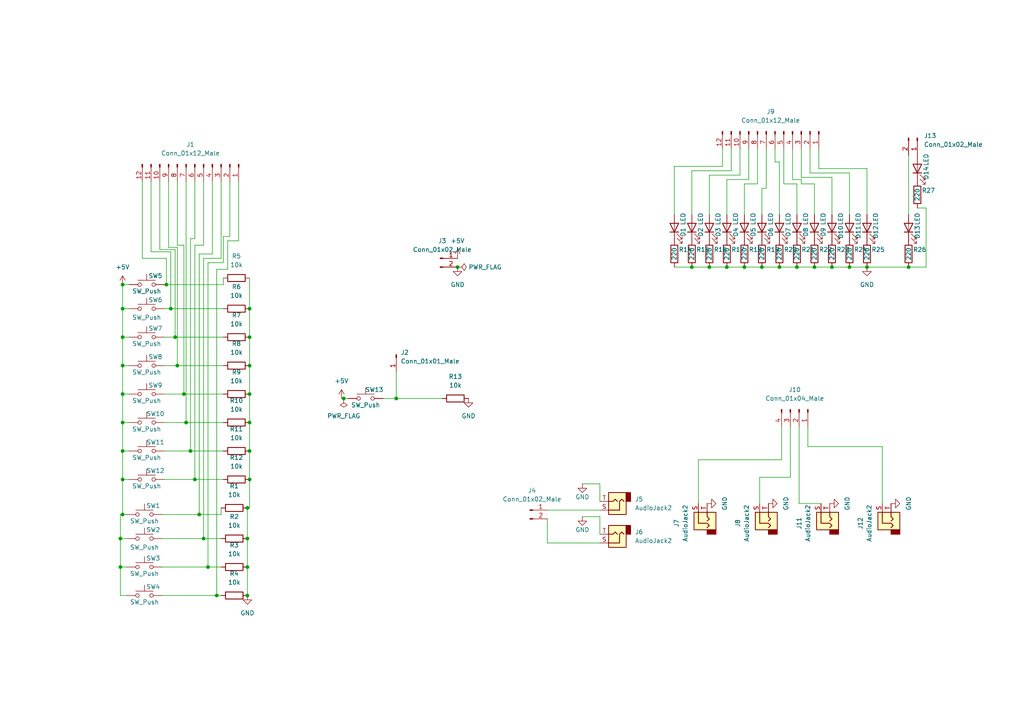
<source format=kicad_sch>
(kicad_sch (version 20211123) (generator eeschema)
  (paper "A4")
  (lib_symbols
    (symbol "Connector:AudioJack2"
      (property "Reference" "J" (at 0 8.89 0))
      (property "Value" "AudioJack2" (at 0 6.35 0))
      (symbol "AudioJack2_0_1"
        (rectangle (start -3.81 0) (end -2.54 -2.54) (stroke (width 0.254)) (fill (type outline)))
        (rectangle (start -2.54 3.81) (end 2.54 -2.54) (stroke (width 0.254)) (fill (type background)))
        (polyline (pts (xy 0 0) (xy 0.635 -0.635) (xy 1.27 0) (xy 2.54 0)) (stroke (width 0.254)))
        (polyline (pts (xy 2.54 2.54) (xy -0.635 2.54) (xy -0.635 0) (xy -1.27 -0.635) (xy -1.905 0)) (stroke (width 0.254)))
      )
      (symbol "AudioJack2_1_1"
        (pin passive line (at 5.08 2.54 180) (length 2.54) (name "~") (number "S"))
        (pin passive line (at 5.08 0 180) (length 2.54) (name "~") (number "T"))
      )
    )
    (symbol "Connector:Conn_01x01_Male" (pin_names (offset 1.016) hide)
      (property "Reference" "J" (at 0 2.54 0))
      (property "Value" "Conn_01x01_Male" (at 0 -2.54 0))
      (symbol "Conn_01x01_Male_1_1"
        (polyline (pts (xy 1.27 0) (xy 0.8636 0)) (stroke (width 0.1524)))
        (rectangle (start 0.8636 0.127) (end 0 -0.127) (stroke (width 0.1524)) (fill (type outline)))
        (pin passive line (at 5.08 0 180) (length 3.81) (name "Pin_1") (number "1"))
      )
    )
    (symbol "Connector:Conn_01x02_Male" (pin_names (offset 1.016) hide)
      (property "Reference" "J" (at 0 2.54 0))
      (property "Value" "Conn_01x02_Male" (at 0 -5.08 0))
      (symbol "Conn_01x02_Male_1_1"
        (polyline (pts (xy 1.27 -2.54) (xy 0.8636 -2.54)) (stroke (width 0.1524)))
        (polyline (pts (xy 1.27 0) (xy 0.8636 0)) (stroke (width 0.1524)))
        (rectangle (start 0.8636 -2.413) (end 0 -2.667) (stroke (width 0.1524)) (fill (type outline)))
        (rectangle (start 0.8636 0.127) (end 0 -0.127) (stroke (width 0.1524)) (fill (type outline)))
        (pin passive line (at 5.08 0 180) (length 3.81) (name "Pin_1") (number "1"))
        (pin passive line (at 5.08 -2.54 180) (length 3.81) (name "Pin_2") (number "2"))
      )
    )
    (symbol "Connector:Conn_01x04_Male" (pin_names (offset 1.016) hide)
      (property "Reference" "J" (at 0 5.08 0))
      (property "Value" "Conn_01x04_Male" (at 0 -7.62 0))
      (symbol "Conn_01x04_Male_1_1"
        (polyline (pts (xy 1.27 -5.08) (xy 0.8636 -5.08)) (stroke (width 0.1524)))
        (polyline (pts (xy 1.27 -2.54) (xy 0.8636 -2.54)) (stroke (width 0.1524)))
        (polyline (pts (xy 1.27 0) (xy 0.8636 0)) (stroke (width 0.1524)))
        (polyline (pts (xy 1.27 2.54) (xy 0.8636 2.54)) (stroke (width 0.1524)))
        (rectangle (start 0.8636 -4.953) (end 0 -5.207) (stroke (width 0.1524)) (fill (type outline)))
        (rectangle (start 0.8636 -2.413) (end 0 -2.667) (stroke (width 0.1524)) (fill (type outline)))
        (rectangle (start 0.8636 0.127) (end 0 -0.127) (stroke (width 0.1524)) (fill (type outline)))
        (rectangle (start 0.8636 2.667) (end 0 2.413) (stroke (width 0.1524)) (fill (type outline)))
        (pin passive line (at 5.08 2.54 180) (length 3.81) (name "Pin_1") (number "1"))
        (pin passive line (at 5.08 0 180) (length 3.81) (name "Pin_2") (number "2"))
        (pin passive line (at 5.08 -2.54 180) (length 3.81) (name "Pin_3") (number "3"))
        (pin passive line (at 5.08 -5.08 180) (length 3.81) (name "Pin_4") (number "4"))
      )
    )
    (symbol "Connector:Conn_01x12_Male" (pin_names (offset 1.016) hide)
      (property "Reference" "J" (at 0 15.24 0))
      (property "Value" "Conn_01x12_Male" (at 0 -17.78 0))
      (symbol "Conn_01x12_Male_1_1"
        (polyline (pts (xy 1.27 -15.24) (xy 0.8636 -15.24)) (stroke (width 0.1524)))
        (polyline (pts (xy 1.27 -12.7) (xy 0.8636 -12.7)) (stroke (width 0.1524)))
        (polyline (pts (xy 1.27 -10.16) (xy 0.8636 -10.16)) (stroke (width 0.1524)))
        (polyline (pts (xy 1.27 -7.62) (xy 0.8636 -7.62)) (stroke (width 0.1524)))
        (polyline (pts (xy 1.27 -5.08) (xy 0.8636 -5.08)) (stroke (width 0.1524)))
        (polyline (pts (xy 1.27 -2.54) (xy 0.8636 -2.54)) (stroke (width 0.1524)))
        (polyline (pts (xy 1.27 0) (xy 0.8636 0)) (stroke (width 0.1524)))
        (polyline (pts (xy 1.27 2.54) (xy 0.8636 2.54)) (stroke (width 0.1524)))
        (polyline (pts (xy 1.27 5.08) (xy 0.8636 5.08)) (stroke (width 0.1524)))
        (polyline (pts (xy 1.27 7.62) (xy 0.8636 7.62)) (stroke (width 0.1524)))
        (polyline (pts (xy 1.27 10.16) (xy 0.8636 10.16)) (stroke (width 0.1524)))
        (polyline (pts (xy 1.27 12.7) (xy 0.8636 12.7)) (stroke (width 0.1524)))
        (rectangle (start 0.8636 -15.113) (end 0 -15.367) (stroke (width 0.1524)) (fill (type outline)))
        (rectangle (start 0.8636 -12.573) (end 0 -12.827) (stroke (width 0.1524)) (fill (type outline)))
        (rectangle (start 0.8636 -10.033) (end 0 -10.287) (stroke (width 0.1524)) (fill (type outline)))
        (rectangle (start 0.8636 -7.493) (end 0 -7.747) (stroke (width 0.1524)) (fill (type outline)))
        (rectangle (start 0.8636 -4.953) (end 0 -5.207) (stroke (width 0.1524)) (fill (type outline)))
        (rectangle (start 0.8636 -2.413) (end 0 -2.667) (stroke (width 0.1524)) (fill (type outline)))
        (rectangle (start 0.8636 0.127) (end 0 -0.127) (stroke (width 0.1524)) (fill (type outline)))
        (rectangle (start 0.8636 2.667) (end 0 2.413) (stroke (width 0.1524)) (fill (type outline)))
        (rectangle (start 0.8636 5.207) (end 0 4.953) (stroke (width 0.1524)) (fill (type outline)))
        (rectangle (start 0.8636 7.747) (end 0 7.493) (stroke (width 0.1524)) (fill (type outline)))
        (rectangle (start 0.8636 10.287) (end 0 10.033) (stroke (width 0.1524)) (fill (type outline)))
        (rectangle (start 0.8636 12.827) (end 0 12.573) (stroke (width 0.1524)) (fill (type outline)))
        (pin passive line (at 5.08 12.7 180) (length 3.81) (name "Pin_1") (number "1"))
        (pin passive line (at 5.08 -10.16 180) (length 3.81) (name "Pin_10") (number "10"))
        (pin passive line (at 5.08 -12.7 180) (length 3.81) (name "Pin_11") (number "11"))
        (pin passive line (at 5.08 -15.24 180) (length 3.81) (name "Pin_12") (number "12"))
        (pin passive line (at 5.08 10.16 180) (length 3.81) (name "Pin_2") (number "2"))
        (pin passive line (at 5.08 7.62 180) (length 3.81) (name "Pin_3") (number "3"))
        (pin passive line (at 5.08 5.08 180) (length 3.81) (name "Pin_4") (number "4"))
        (pin passive line (at 5.08 2.54 180) (length 3.81) (name "Pin_5") (number "5"))
        (pin passive line (at 5.08 0 180) (length 3.81) (name "Pin_6") (number "6"))
        (pin passive line (at 5.08 -2.54 180) (length 3.81) (name "Pin_7") (number "7"))
        (pin passive line (at 5.08 -5.08 180) (length 3.81) (name "Pin_8") (number "8"))
        (pin passive line (at 5.08 -7.62 180) (length 3.81) (name "Pin_9") (number "9"))
      )
    )
    (symbol "Device:LED" (pin_numbers hide) (pin_names (offset 1.016) hide)
      (property "Reference" "D" (at 0 2.54 0))
      (property "Value" "LED" (at 0 -2.54 0))
      (symbol "LED_0_1"
        (polyline (pts (xy -1.27 -1.27) (xy -1.27 1.27)) (stroke (width 0.254)))
        (polyline (pts (xy -1.27 0) (xy 1.27 0)))
        (polyline (pts (xy 1.27 -1.27) (xy 1.27 1.27) (xy -1.27 0) (xy 1.27 -1.27)) (stroke (width 0.254)))
        (polyline (pts (xy -3.048 -0.762) (xy -4.572 -2.286) (xy -3.81 -2.286) (xy -4.572 -2.286) (xy -4.572 -1.524)))
        (polyline (pts (xy -1.778 -0.762) (xy -3.302 -2.286) (xy -2.54 -2.286) (xy -3.302 -2.286) (xy -3.302 -1.524)))
      )
      (symbol "LED_1_1"
        (pin passive line (at -3.81 0 0) (length 2.54) (name "K") (number "1"))
        (pin passive line (at 3.81 0 180) (length 2.54) (name "A") (number "2"))
      )
    )
    (symbol "Device:R" (pin_numbers hide) (pin_names (offset 0))
      (property "Reference" "R" (at 2.032 0 90))
      (property "Value" "R" (at 0 0 90))
      (symbol "R_0_1"
        (rectangle (start -1.016 -2.54) (end 1.016 2.54) (stroke (width 0.254)))
      )
      (symbol "R_1_1"
        (pin passive line (at 0 3.81 270) (length 1.27) (name "~") (number "1"))
        (pin passive line (at 0 -3.81 90) (length 1.27) (name "~") (number "2"))
      )
    )
    (symbol "Switch:SW_Push" (pin_numbers hide) (pin_names (offset 1.016) hide)
      (property "Reference" "SW" (at 1.27 2.54 0))
      (property "Value" "SW_Push" (at 0 -1.524 0))
      (symbol "SW_Push_0_1"
        (circle (center -2.032 0) (radius 0.508))
        (polyline (pts (xy 0 1.27) (xy 0 3.048)))
        (polyline (pts (xy 2.54 1.27) (xy -2.54 1.27)))
        (circle (center 2.032 0) (radius 0.508))
        (pin passive line (at -5.08 0 0) (length 2.54) (name "1") (number "1"))
        (pin passive line (at 5.08 0 180) (length 2.54) (name "2") (number "2"))
      )
    )
    (symbol "power:+5V" (power) (pin_names (offset 0))
      (property "Value" "+5V" (at 0 3.556 0))
      (symbol "+5V_0_1"
        (polyline (pts (xy -0.762 1.27) (xy 0 2.54)))
        (polyline (pts (xy 0 0) (xy 0 2.54)))
        (polyline (pts (xy 0 2.54) (xy 0.762 1.27)))
      )
      (symbol "+5V_1_1"
        (pin power_in line (at 0 0 90) (length 0) hide (name "+5V") (number "1"))
      )
    )
    (symbol "power:GND" (power) (pin_names (offset 0))
      (property "Value" "GND" (at 0 -3.81 0))
      (symbol "GND_0_1"
        (polyline (pts (xy 0 0) (xy 0 -1.27) (xy 1.27 -1.27) (xy 0 -2.54) (xy -1.27 -1.27) (xy 0 -1.27)))
      )
      (symbol "GND_1_1"
        (pin power_in line (at 0 0 270) (length 0) hide (name "GND") (number "1"))
      )
    )
    (symbol "power:PWR_FLAG" (power) (pin_numbers hide) (pin_names (offset 0) hide)
      (property "Value" "PWR_FLAG" (at 0 3.81 0))
      (symbol "PWR_FLAG_0_0"
        (pin power_out line (at 0 0 90) (length 0) (name "pwr") (number "1"))
      )
      (symbol "PWR_FLAG_0_1"
        (polyline (pts (xy 0 0) (xy 0 1.27) (xy -1.016 1.905) (xy 0 2.54) (xy 1.016 1.905) (xy 0 1.27)))
      )
    )
  )
  (junction (at 55.245 130.81))
  (junction (at 251.46 77.47))
  (junction (at 205.74 77.47))
  (junction (at 226.06 77.47))
  (junction (at 53.975 122.555))
  (junction (at 35.56 82.55))
  (junction (at 72.39 114.3))
  (junction (at 72.39 122.555))
  (junction (at 71.755 147.32))
  (junction (at 53.34 114.3))
  (junction (at 35.56 97.79))
  (junction (at 200.66 77.47))
  (junction (at 71.755 164.465))
  (junction (at 72.39 139.065))
  (junction (at 34.925 164.465))
  (junction (at 62.865 172.72))
  (junction (at 132.715 77.47))
  (junction (at 72.39 89.535))
  (junction (at 35.56 89.535))
  (junction (at 231.14 77.47))
  (junction (at 72.39 97.79))
  (junction (at 114.935 115.57))
  (junction (at 72.39 106.045))
  (junction (at 56.515 139.065))
  (junction (at 263.525 77.47))
  (junction (at 49.53 89.535))
  (junction (at 59.055 156.21))
  (junction (at 35.56 130.81))
  (junction (at 72.39 130.81))
  (junction (at 35.56 149.225))
  (junction (at 236.22 77.47))
  (junction (at 241.3 77.47))
  (junction (at 57.785 149.225))
  (junction (at 50.8 97.79))
  (junction (at 35.56 114.3))
  (junction (at 35.56 122.555))
  (junction (at 35.56 139.065))
  (junction (at 48.26 82.55))
  (junction (at 51.435 106.045))
  (junction (at 99.695 115.57))
  (junction (at 246.38 77.47))
  (junction (at 71.755 172.72))
  (junction (at 60.325 164.465))
  (junction (at 215.9 77.47))
  (junction (at 34.925 156.21))
  (junction (at 210.82 77.47))
  (junction (at 71.755 156.21))
  (junction (at 220.98 77.47))
  (junction (at 35.56 106.045))
  (wire (pts (xy 215.9 53.34) (xy 215.9 62.23)))
  (wire (pts (xy 35.56 89.535) (xy 37.465 89.535)))
  (wire (pts (xy 229.87 52.07) (xy 229.87 43.18)))
  (wire (pts (xy 241.3 77.47) (xy 236.22 77.47)))
  (wire (pts (xy 41.275 52.705) (xy 41.275 74.93)))
  (wire (pts (xy 226.06 46.99) (xy 226.06 62.23)))
  (wire (pts (xy 69.215 69.85) (xy 66.04 69.85)))
  (wire (pts (xy 212.09 49.53) (xy 212.09 43.18)))
  (wire (pts (xy 35.56 97.79) (xy 37.465 97.79)))
  (wire (pts (xy 236.22 53.34) (xy 236.22 62.23)))
  (wire (pts (xy 35.56 106.045) (xy 37.465 106.045)))
  (wire (pts (xy 114.935 107.95) (xy 114.935 115.57)))
  (wire (pts (xy 51.435 71.12) (xy 53.34 71.12)))
  (wire (pts (xy 158.75 147.955) (xy 173.99 147.955)))
  (wire (pts (xy 48.26 82.55) (xy 64.77 82.55)))
  (wire (pts (xy 241.3 51.435) (xy 241.3 62.23)))
  (wire (pts (xy 47.625 97.79) (xy 50.8 97.79)))
  (wire (pts (xy 224.79 46.99) (xy 224.79 43.18)))
  (wire (pts (xy 231.14 53.34) (xy 227.33 53.34)))
  (wire (pts (xy 200.66 77.47) (xy 195.58 77.47)))
  (wire (pts (xy 35.56 114.3) (xy 35.56 122.555)))
  (wire (pts (xy 236.22 53.34) (xy 232.41 53.34)))
  (wire (pts (xy 47.625 122.555) (xy 53.975 122.555)))
  (wire (pts (xy 173.99 157.48) (xy 158.75 157.48)))
  (wire (pts (xy 46.99 156.21) (xy 59.055 156.21)))
  (wire (pts (xy 268.605 60.325) (xy 268.605 77.47)))
  (wire (pts (xy 51.435 71.755) (xy 51.435 106.045)))
  (wire (pts (xy 168.91 140.335) (xy 173.99 140.335)))
  (wire (pts (xy 263.525 45.085) (xy 263.525 62.23)))
  (wire (pts (xy 234.315 129.54) (xy 255.905 129.54)))
  (wire (pts (xy 46.355 52.705) (xy 46.355 72.39)))
  (wire (pts (xy 56.515 69.215) (xy 55.245 69.215)))
  (wire (pts (xy 251.46 77.47) (xy 246.38 77.47)))
  (wire (pts (xy 72.39 147.32) (xy 71.755 147.32)))
  (wire (pts (xy 232.41 53.34) (xy 232.41 52.07)))
  (wire (pts (xy 111.125 115.57) (xy 114.935 115.57)))
  (wire (pts (xy 35.56 89.535) (xy 35.56 97.79)))
  (wire (pts (xy 36.83 149.225) (xy 35.56 149.225)))
  (wire (pts (xy 64.77 80.645) (xy 64.77 82.55)))
  (wire (pts (xy 226.695 133.35) (xy 226.695 123.825)))
  (wire (pts (xy 205.74 77.47) (xy 200.66 77.47)))
  (wire (pts (xy 263.525 77.47) (xy 268.605 77.47)))
  (wire (pts (xy 61.595 52.705) (xy 61.595 73.66)))
  (wire (pts (xy 35.56 122.555) (xy 37.465 122.555)))
  (wire (pts (xy 237.49 48.895) (xy 251.46 48.895)))
  (wire (pts (xy 53.34 114.3) (xy 64.77 114.3)))
  (wire (pts (xy 215.9 53.34) (xy 219.71 53.34)))
  (wire (pts (xy 59.055 156.21) (xy 64.135 156.21)))
  (wire (pts (xy 62.865 172.72) (xy 64.135 172.72)))
  (wire (pts (xy 59.055 74.93) (xy 59.055 156.21)))
  (wire (pts (xy 57.785 73.66) (xy 57.785 149.225)))
  (wire (pts (xy 231.14 77.47) (xy 226.06 77.47)))
  (wire (pts (xy 53.975 122.555) (xy 64.77 122.555)))
  (wire (pts (xy 35.56 82.55) (xy 35.56 89.535)))
  (wire (pts (xy 214.63 50.8) (xy 214.63 43.18)))
  (wire (pts (xy 53.975 52.705) (xy 53.975 122.555)))
  (wire (pts (xy 72.39 114.3) (xy 72.39 122.555)))
  (wire (pts (xy 229.235 138.43) (xy 220.345 138.43)))
  (wire (pts (xy 168.91 149.86) (xy 173.99 149.86)))
  (wire (pts (xy 232.41 51.435) (xy 232.41 43.18)))
  (wire (pts (xy 236.22 77.47) (xy 231.14 77.47)))
  (wire (pts (xy 66.675 52.705) (xy 66.675 68.58)))
  (wire (pts (xy 219.71 53.34) (xy 219.71 43.18)))
  (wire (pts (xy 268.605 60.325) (xy 266.065 60.325)))
  (wire (pts (xy 61.595 73.66) (xy 57.785 73.66)))
  (wire (pts (xy 35.56 139.065) (xy 37.465 139.065)))
  (wire (pts (xy 35.56 106.045) (xy 35.56 114.3)))
  (wire (pts (xy 62.865 78.105) (xy 62.865 172.72)))
  (wire (pts (xy 50.8 97.79) (xy 64.77 97.79)))
  (wire (pts (xy 64.77 68.58) (xy 64.77 76.2)))
  (wire (pts (xy 57.785 149.225) (xy 64.135 149.225)))
  (wire (pts (xy 49.53 89.535) (xy 64.77 89.535)))
  (wire (pts (xy 48.895 71.755) (xy 51.435 71.755)))
  (wire (pts (xy 220.98 54.61) (xy 222.25 54.61)))
  (wire (pts (xy 34.925 172.72) (xy 36.83 172.72)))
  (wire (pts (xy 246.38 77.47) (xy 241.3 77.47)))
  (wire (pts (xy 37.465 82.55) (xy 35.56 82.55)))
  (wire (pts (xy 66.675 68.58) (xy 64.77 68.58)))
  (wire (pts (xy 48.895 52.705) (xy 48.895 71.755)))
  (wire (pts (xy 47.625 130.81) (xy 55.245 130.81)))
  (wire (pts (xy 47.625 89.535) (xy 49.53 89.535)))
  (wire (pts (xy 35.56 114.3) (xy 37.465 114.3)))
  (wire (pts (xy 46.99 149.225) (xy 57.785 149.225)))
  (wire (pts (xy 209.55 48.26) (xy 195.58 48.26)))
  (wire (pts (xy 209.55 43.18) (xy 209.55 48.26)))
  (wire (pts (xy 72.39 130.81) (xy 72.39 139.065)))
  (wire (pts (xy 46.99 164.465) (xy 60.325 164.465)))
  (wire (pts (xy 59.055 71.12) (xy 56.515 71.12)))
  (wire (pts (xy 55.245 69.215) (xy 55.245 130.81)))
  (wire (pts (xy 72.39 122.555) (xy 72.39 130.81)))
  (wire (pts (xy 46.355 72.39) (xy 50.8 72.39)))
  (wire (pts (xy 234.315 123.825) (xy 234.315 129.54)))
  (wire (pts (xy 255.905 129.54) (xy 255.905 146.05)))
  (wire (pts (xy 231.14 53.34) (xy 231.14 62.23)))
  (wire (pts (xy 251.46 77.47) (xy 263.525 77.47)))
  (wire (pts (xy 246.38 50.165) (xy 246.38 62.23)))
  (wire (pts (xy 222.25 43.18) (xy 222.25 54.61)))
  (wire (pts (xy 158.75 150.495) (xy 158.75 157.48)))
  (wire (pts (xy 231.775 123.825) (xy 231.775 146.05)))
  (wire (pts (xy 220.98 77.47) (xy 215.9 77.47)))
  (wire (pts (xy 71.755 156.21) (xy 71.755 164.465)))
  (wire (pts (xy 50.8 72.39) (xy 50.8 97.79)))
  (wire (pts (xy 229.235 123.825) (xy 229.235 138.43)))
  (wire (pts (xy 35.56 139.065) (xy 35.56 149.225)))
  (wire (pts (xy 72.39 89.535) (xy 72.39 97.79)))
  (wire (pts (xy 53.34 71.12) (xy 53.34 114.3)))
  (wire (pts (xy 41.275 74.93) (xy 48.26 74.93)))
  (wire (pts (xy 217.17 52.07) (xy 217.17 43.18)))
  (wire (pts (xy 55.245 130.81) (xy 64.77 130.81)))
  (wire (pts (xy 34.925 164.465) (xy 36.83 164.465)))
  (wire (pts (xy 64.135 147.32) (xy 64.135 149.225)))
  (wire (pts (xy 173.99 140.335) (xy 173.99 145.415)))
  (wire (pts (xy 210.82 77.47) (xy 205.74 77.47)))
  (wire (pts (xy 34.925 156.21) (xy 36.83 156.21)))
  (wire (pts (xy 215.9 77.47) (xy 210.82 77.47)))
  (wire (pts (xy 43.815 52.705) (xy 43.815 73.025)))
  (wire (pts (xy 205.74 50.8) (xy 214.63 50.8)))
  (wire (pts (xy 34.925 156.21) (xy 34.925 164.465)))
  (wire (pts (xy 56.515 52.705) (xy 56.515 69.215)))
  (wire (pts (xy 51.435 106.045) (xy 64.77 106.045)))
  (wire (pts (xy 35.56 97.79) (xy 35.56 106.045)))
  (wire (pts (xy 99.06 115.57) (xy 99.695 115.57)))
  (wire (pts (xy 35.56 130.81) (xy 37.465 130.81)))
  (wire (pts (xy 72.39 97.79) (xy 72.39 106.045)))
  (wire (pts (xy 200.66 49.53) (xy 200.66 62.23)))
  (wire (pts (xy 34.925 164.465) (xy 34.925 172.72)))
  (wire (pts (xy 69.215 52.705) (xy 69.215 69.85)))
  (wire (pts (xy 71.755 164.465) (xy 71.755 172.72)))
  (wire (pts (xy 210.82 52.07) (xy 210.82 62.23)))
  (wire (pts (xy 49.53 73.025) (xy 49.53 89.535)))
  (wire (pts (xy 246.38 50.165) (xy 234.95 50.165)))
  (wire (pts (xy 251.46 48.895) (xy 251.46 62.23)))
  (wire (pts (xy 72.39 80.645) (xy 72.39 89.535)))
  (wire (pts (xy 35.56 149.225) (xy 34.925 149.225)))
  (wire (pts (xy 173.99 149.86) (xy 173.99 154.94)))
  (wire (pts (xy 72.39 106.045) (xy 72.39 114.3)))
  (wire (pts (xy 226.06 77.47) (xy 220.98 77.47)))
  (wire (pts (xy 210.82 52.07) (xy 217.17 52.07)))
  (wire (pts (xy 202.565 146.05) (xy 202.565 133.35)))
  (wire (pts (xy 47.625 82.55) (xy 48.26 82.55)))
  (wire (pts (xy 234.95 50.165) (xy 234.95 43.18)))
  (wire (pts (xy 72.39 139.065) (xy 72.39 147.32)))
  (wire (pts (xy 205.74 50.8) (xy 205.74 62.23)))
  (wire (pts (xy 227.33 53.34) (xy 227.33 43.18)))
  (wire (pts (xy 56.515 139.065) (xy 64.77 139.065)))
  (wire (pts (xy 60.325 76.2) (xy 60.325 164.465)))
  (wire (pts (xy 59.055 52.705) (xy 59.055 71.12)))
  (wire (pts (xy 71.755 147.32) (xy 71.755 156.21)))
  (wire (pts (xy 237.49 43.18) (xy 237.49 48.895)))
  (wire (pts (xy 34.925 149.225) (xy 34.925 156.21)))
  (wire (pts (xy 47.625 114.3) (xy 53.34 114.3)))
  (wire (pts (xy 47.625 139.065) (xy 56.515 139.065)))
  (wire (pts (xy 51.435 52.705) (xy 51.435 71.12)))
  (wire (pts (xy 220.98 54.61) (xy 220.98 62.23)))
  (wire (pts (xy 231.775 146.05) (xy 238.125 146.05)))
  (wire (pts (xy 202.565 133.35) (xy 226.695 133.35)))
  (wire (pts (xy 35.56 122.555) (xy 35.56 130.81)))
  (wire (pts (xy 43.815 73.025) (xy 49.53 73.025)))
  (wire (pts (xy 195.58 48.26) (xy 195.58 62.23)))
  (wire (pts (xy 241.3 51.435) (xy 232.41 51.435)))
  (wire (pts (xy 220.345 138.43) (xy 220.345 146.05)))
  (wire (pts (xy 66.04 69.85) (xy 66.04 78.105)))
  (wire (pts (xy 64.135 52.705) (xy 64.135 74.93)))
  (wire (pts (xy 66.04 78.105) (xy 62.865 78.105)))
  (wire (pts (xy 226.06 46.99) (xy 224.79 46.99)))
  (wire (pts (xy 99.695 115.57) (xy 100.965 115.57)))
  (wire (pts (xy 47.625 106.045) (xy 51.435 106.045)))
  (wire (pts (xy 60.325 164.465) (xy 64.135 164.465)))
  (wire (pts (xy 200.66 49.53) (xy 212.09 49.53)))
  (wire (pts (xy 232.41 52.07) (xy 229.87 52.07)))
  (wire (pts (xy 64.135 74.93) (xy 59.055 74.93)))
  (wire (pts (xy 56.515 71.12) (xy 56.515 139.065)))
  (wire (pts (xy 48.26 74.93) (xy 48.26 82.55)))
  (wire (pts (xy 114.935 115.57) (xy 128.27 115.57)))
  (wire (pts (xy 35.56 130.81) (xy 35.56 139.065)))
  (wire (pts (xy 46.99 172.72) (xy 62.865 172.72)))
  (wire (pts (xy 64.77 76.2) (xy 60.325 76.2)))
  (symbol (lib_id "Device:R") (at 241.3 73.66 0) (unit 1)
    (property "Reference" "R23" (at 242.57 72.39 0) (effects (justify left)))
    (property "Value" "220" (at 241.3 75.565 90) (effects (justify left)))
    (property "Footprint" "Resistor_THT:R_Axial_DIN0207_L6.3mm_D2.5mm_P7.62mm_Horizontal" (effects hide))
  )
  (symbol (lib_id "Device:R") (at 246.38 73.66 0) (unit 1)
    (property "Reference" "R24" (at 247.65 72.39 0) (effects (justify left)))
    (property "Value" "220" (at 246.38 75.565 90) (effects (justify left)))
    (property "Footprint" "Resistor_THT:R_Axial_DIN0207_L6.3mm_D2.5mm_P7.62mm_Horizontal" (effects hide))
  )
  (symbol (lib_id "Device:LED") (at 226.06 66.04 90) (unit 1)
    (property "Reference" "D7" (at 228.6 67.31 0))
    (property "Value" "LED" (at 228.6 63.5 0))
    (property "Footprint" "LED_THT:LED_D3.0mm" (effects hide))
  )
  (symbol (lib_id "Device:LED") (at 266.065 48.895 90) (unit 1)
    (property "Reference" "D14" (at 268.605 50.165 0))
    (property "Value" "LED" (at 268.605 46.355 0))
    (property "Footprint" "LED_THT:LED_D3.0mm" (effects hide))
  )
  (symbol (lib_id "Device:R") (at 220.98 73.66 0) (unit 1)
    (property "Reference" "R19" (at 222.25 72.39 0) (effects (justify left)))
    (property "Value" "220" (at 220.98 75.565 90) (effects (justify left)))
    (property "Footprint" "Resistor_THT:R_Axial_DIN0207_L6.3mm_D2.5mm_P7.62mm_Horizontal" (effects hide))
  )
  (symbol (lib_id "Connector:Conn_01x01_Male") (at 114.935 102.87 270) (unit 1)
    (property "Reference" "J2" (at 116.205 102.2349 90) (effects (justify left)))
    (property "Value" "Conn_01x01_Male" (at 116.205 104.7749 90) (effects (justify left)))
    (property "Footprint" "Connector_PinHeader_2.54mm:PinHeader_1x01_P2.54mm_Vertical" (effects hide))
  )
  (symbol (lib_id "Connector:Conn_01x04_Male") (at 231.775 118.745 270) (unit 1)
    (property "Reference" "J10" (at 230.505 113.03 90))
    (property "Value" "Conn_01x04_Male" (at 230.505 115.57 90))
    (property "Footprint" "Connector_PinHeader_2.54mm:PinHeader_1x04_P2.54mm_Vertical" (effects hide))
  )
  (symbol (lib_id "Device:LED") (at 236.22 66.04 90) (unit 1)
    (property "Reference" "D9" (at 238.76 67.31 0))
    (property "Value" "LED" (at 238.76 63.5 0))
    (property "Footprint" "LED_THT:LED_D3.0mm" (effects hide))
  )
  (symbol (lib_id "Device:R") (at 210.82 73.66 0) (unit 1)
    (property "Reference" "R17" (at 212.09 72.39 0) (effects (justify left)))
    (property "Value" "220" (at 210.82 75.565 90) (effects (justify left)))
    (property "Footprint" "Resistor_THT:R_Axial_DIN0207_L6.3mm_D2.5mm_P7.62mm_Horizontal" (effects hide))
  )
  (symbol (lib_id "power:+5V") (at 99.06 115.57 0) (unit 1)
    (property "Reference" "#PWR01" (effects hide))
    (property "Value" "+5V" (at 99.06 110.49 0))
  )
  (symbol (lib_id "Device:LED") (at 231.14 66.04 90) (unit 1)
    (property "Reference" "D8" (at 233.68 67.31 0))
    (property "Value" "LED" (at 233.68 63.5 0))
    (property "Footprint" "LED_THT:LED_D3.0mm" (effects hide))
  )
  (symbol (lib_id "Device:LED") (at 246.38 66.04 90) (unit 1)
    (property "Reference" "D11" (at 248.92 67.31 0))
    (property "Value" "LED" (at 248.92 63.5 0))
    (property "Footprint" "LED_THT:LED_D3.0mm" (effects hide))
  )
  (symbol (lib_id "Switch:SW_Push") (at 42.545 97.79 0) (unit 1)
    (property "Reference" "SW7" (at 45.085 95.25 0))
    (property "Value" "SW_Push" (at 42.545 99.695 0))
    (property "Footprint" "Button_Switch_THT:SW_PUSH_6mm" (effects hide))
  )
  (symbol (lib_id "Connector:Conn_01x02_Male") (at 127.635 74.93 0) (unit 1)
    (property "Reference" "J3" (at 128.27 69.85 0))
    (property "Value" "Conn_01x02_Male" (at 128.27 72.39 0))
    (property "Footprint" "Connector_PinHeader_2.54mm:PinHeader_1x02_P2.54mm_Vertical" (effects hide))
  )
  (symbol (lib_id "Switch:SW_Push") (at 41.91 156.21 0) (unit 1)
    (property "Reference" "SW2" (at 44.45 153.67 0))
    (property "Value" "SW_Push" (at 41.91 158.75 0))
    (property "Footprint" "Button_Switch_THT:SW_PUSH_6mm" (effects hide))
  )
  (symbol (lib_id "power:+5V") (at 35.56 82.55 0) (unit 1)
    (property "Reference" "#PWR0101" (effects hide))
    (property "Value" "+5V" (at 35.56 77.47 0))
  )
  (symbol (lib_id "Device:LED") (at 220.98 66.04 90) (unit 1)
    (property "Reference" "D6" (at 223.52 67.31 0))
    (property "Value" "LED" (at 223.52 63.5 0))
    (property "Footprint" "LED_THT:LED_D3.0mm" (effects hide))
  )
  (symbol (lib_id "Switch:SW_Push") (at 41.91 164.465 0) (unit 1)
    (property "Reference" "SW3" (at 44.45 161.925 0))
    (property "Value" "SW_Push" (at 41.91 166.37 0))
    (property "Footprint" "Button_Switch_THT:SW_PUSH_6mm" (effects hide))
  )
  (symbol (lib_id "Device:R") (at 266.065 56.515 0) (unit 1)
    (property "Reference" "R27" (at 267.335 55.245 0) (effects (justify left)))
    (property "Value" "220" (at 266.065 58.42 90) (effects (justify left)))
    (property "Footprint" "Resistor_THT:R_Axial_DIN0207_L6.3mm_D2.5mm_P7.62mm_Horizontal" (effects hide))
  )
  (symbol (lib_id "Device:R") (at 251.46 73.66 0) (unit 1)
    (property "Reference" "R25" (at 252.73 72.39 0) (effects (justify left)))
    (property "Value" "220" (at 251.46 75.565 90) (effects (justify left)))
    (property "Footprint" "Resistor_THT:R_Axial_DIN0207_L6.3mm_D2.5mm_P7.62mm_Horizontal" (effects hide))
  )
  (symbol (lib_id "Device:LED") (at 205.74 66.04 90) (unit 1)
    (property "Reference" "D3" (at 208.28 67.31 0))
    (property "Value" "LED" (at 208.28 63.5 0))
    (property "Footprint" "LED_THT:LED_D3.0mm" (effects hide))
  )
  (symbol (lib_id "Device:R") (at 226.06 73.66 0) (unit 1)
    (property "Reference" "R20" (at 227.33 72.39 0) (effects (justify left)))
    (property "Value" "220" (at 226.06 75.565 90) (effects (justify left)))
    (property "Footprint" "Resistor_THT:R_Axial_DIN0207_L6.3mm_D2.5mm_P7.62mm_Horizontal" (effects hide))
  )
  (symbol (lib_id "Switch:SW_Push") (at 106.045 115.57 0) (unit 1)
    (property "Reference" "SW13" (at 108.585 113.03 0))
    (property "Value" "SW_Push" (at 106.045 117.475 0))
    (property "Footprint" "Button_Switch_THT:SW_PUSH_6mm" (effects hide))
  )
  (symbol (lib_id "Switch:SW_Push") (at 41.91 149.225 0) (unit 1)
    (property "Reference" "SW1" (at 44.45 146.685 0))
    (property "Value" "SW_Push" (at 41.91 151.13 0))
    (property "Footprint" "Button_Switch_THT:SW_PUSH_6mm" (effects hide))
  )
  (symbol (lib_id "power:PWR_FLAG") (at 99.695 115.57 180) (unit 1)
    (property "Reference" "#FLG0101" (effects hide))
    (property "Value" "PWR_FLAG" (at 99.695 120.65 0))
  )
  (symbol (lib_id "Device:R") (at 132.08 115.57 90) (unit 1)
    (property "Reference" "R13" (at 132.08 109.22 90))
    (property "Value" "10k" (at 132.08 111.76 90))
    (property "Footprint" "Resistor_THT:R_Axial_DIN0207_L6.3mm_D2.5mm_P7.62mm_Horizontal" (effects hide))
  )
  (symbol (lib_id "power:GND") (at 168.91 149.86 0) (unit 1)
    (property "Reference" "#PWR06" (effects hide))
    (property "Value" "GND" (at 168.91 153.67 0))
  )
  (symbol (lib_id "Device:LED") (at 210.82 66.04 90) (unit 1)
    (property "Reference" "D4" (at 213.36 67.31 0))
    (property "Value" "LED" (at 213.36 63.5 0))
    (property "Footprint" "LED_THT:LED_D3.0mm" (effects hide))
  )
  (symbol (lib_id "Connector:AudioJack2") (at 240.665 151.13 90) (unit 1)
    (property "Reference" "J11" (at 231.775 151.765 0))
    (property "Value" "AudioJack2" (at 234.315 151.765 0))
    (property "Footprint" "Eurorack:Thonkiconn" (effects hide))
  )
  (symbol (lib_id "power:GND") (at 205.105 146.05 90) (unit 1)
    (property "Reference" "#PWR07" (effects hide))
    (property "Value" "GND" (at 210.185 146.05 0))
  )
  (symbol (lib_id "power:GND") (at 222.885 146.05 90) (unit 1)
    (property "Reference" "#PWR08" (effects hide))
    (property "Value" "GND" (at 227.965 146.05 0))
  )
  (symbol (lib_id "power:GND") (at 132.715 77.47 0) (unit 1)
    (property "Reference" "#PWR03" (effects hide))
    (property "Value" "GND" (at 132.715 82.55 0))
  )
  (symbol (lib_id "Connector:AudioJack2") (at 258.445 151.13 90) (unit 1)
    (property "Reference" "J12" (at 249.555 151.765 0))
    (property "Value" "AudioJack2" (at 252.095 151.765 0))
    (property "Footprint" "Eurorack:Thonkiconn" (effects hide))
  )
  (symbol (lib_id "Connector:AudioJack2") (at 222.885 151.13 90) (unit 1)
    (property "Reference" "J8" (at 213.995 151.765 0))
    (property "Value" "AudioJack2" (at 216.535 151.765 0))
    (property "Footprint" "Eurorack:Thonkiconn" (effects hide))
  )
  (symbol (lib_id "Device:R") (at 67.945 164.465 90) (unit 1)
    (property "Reference" "R3" (at 67.945 158.115 90))
    (property "Value" "10k" (at 67.945 160.655 90))
    (property "Footprint" "Resistor_THT:R_Axial_DIN0207_L6.3mm_D2.5mm_P7.62mm_Horizontal" (effects hide))
  )
  (symbol (lib_id "Connector:Conn_01x02_Male") (at 266.065 40.005 270) (unit 1)
    (property "Reference" "J13" (at 267.97 39.3699 90) (effects (justify left)))
    (property "Value" "Conn_01x02_Male" (at 267.97 41.9099 90) (effects (justify left)))
    (property "Footprint" "Connector_PinHeader_2.54mm:PinHeader_1x02_P2.54mm_Vertical" (effects hide))
  )
  (symbol (lib_id "Device:R") (at 236.22 73.66 0) (unit 1)
    (property "Reference" "R22" (at 237.49 72.39 0) (effects (justify left)))
    (property "Value" "220" (at 236.22 75.565 90) (effects (justify left)))
    (property "Footprint" "Resistor_THT:R_Axial_DIN0207_L6.3mm_D2.5mm_P7.62mm_Horizontal" (effects hide))
  )
  (symbol (lib_id "Connector:AudioJack2") (at 205.105 151.13 90) (unit 1)
    (property "Reference" "J7" (at 196.215 151.765 0))
    (property "Value" "AudioJack2" (at 198.755 151.765 0))
    (property "Footprint" "Eurorack:Thonkiconn" (effects hide))
  )
  (symbol (lib_id "Device:R") (at 68.58 130.81 90) (unit 1)
    (property "Reference" "R11" (at 68.58 124.46 90))
    (property "Value" "10k" (at 68.58 127 90))
    (property "Footprint" "Resistor_THT:R_Axial_DIN0207_L6.3mm_D2.5mm_P7.62mm_Horizontal" (effects hide))
  )
  (symbol (lib_id "Device:R") (at 68.58 139.065 90) (unit 1)
    (property "Reference" "R12" (at 68.58 132.715 90))
    (property "Value" "10k" (at 68.58 135.255 90))
    (property "Footprint" "Resistor_THT:R_Axial_DIN0207_L6.3mm_D2.5mm_P7.62mm_Horizontal" (effects hide))
  )
  (symbol (lib_id "Switch:SW_Push") (at 42.545 130.81 0) (unit 1)
    (property "Reference" "SW11" (at 45.085 128.27 0))
    (property "Value" "SW_Push" (at 42.545 132.715 0))
    (property "Footprint" "Button_Switch_THT:SW_PUSH_6mm" (effects hide))
  )
  (symbol (lib_id "Device:R") (at 195.58 73.66 0) (unit 1)
    (property "Reference" "R14" (at 196.85 72.39 0) (effects (justify left)))
    (property "Value" "220" (at 195.58 75.565 90) (effects (justify left)))
    (property "Footprint" "Resistor_THT:R_Axial_DIN0207_L6.3mm_D2.5mm_P7.62mm_Horizontal" (effects hide))
  )
  (symbol (lib_id "Device:LED") (at 241.3 66.04 90) (unit 1)
    (property "Reference" "D10" (at 243.84 67.31 0))
    (property "Value" "LED" (at 243.84 63.5 0))
    (property "Footprint" "LED_THT:LED_D3.0mm" (effects hide))
  )
  (symbol (lib_id "power:GND") (at 71.755 172.72 0) (unit 1)
    (property "Reference" "#PWR0102" (effects hide))
    (property "Value" "GND" (at 71.755 177.8 0))
  )
  (symbol (lib_id "Device:R") (at 67.945 147.32 90) (unit 1)
    (property "Reference" "R1" (at 67.945 140.97 90))
    (property "Value" "10k" (at 67.945 143.51 90))
    (property "Footprint" "Resistor_THT:R_Axial_DIN0207_L6.3mm_D2.5mm_P7.62mm_Horizontal" (effects hide))
  )
  (symbol (lib_id "Device:R") (at 215.9 73.66 0) (unit 1)
    (property "Reference" "R18" (at 217.17 72.39 0) (effects (justify left)))
    (property "Value" "220" (at 215.9 75.565 90) (effects (justify left)))
    (property "Footprint" "Resistor_THT:R_Axial_DIN0207_L6.3mm_D2.5mm_P7.62mm_Horizontal" (effects hide))
  )
  (symbol (lib_id "Device:LED") (at 195.58 66.04 90) (unit 1)
    (property "Reference" "D1" (at 198.12 67.31 0))
    (property "Value" "LED" (at 198.12 63.5 0))
    (property "Footprint" "LED_THT:LED_D3.0mm" (effects hide))
  )
  (symbol (lib_id "power:PWR_FLAG") (at 132.715 77.47 270) (unit 1)
    (property "Reference" "#FLG0102" (effects hide))
    (property "Value" "PWR_FLAG" (at 135.89 77.4699 90) (effects (justify left)))
  )
  (symbol (lib_id "Switch:SW_Push") (at 42.545 122.555 0) (unit 1)
    (property "Reference" "SW10" (at 45.085 120.015 0))
    (property "Value" "SW_Push" (at 42.545 124.46 0))
    (property "Footprint" "Button_Switch_THT:SW_PUSH_6mm" (effects hide))
  )
  (symbol (lib_id "power:GND") (at 135.89 115.57 0) (unit 1)
    (property "Reference" "#PWR04" (effects hide))
    (property "Value" "GND" (at 135.89 120.65 0))
  )
  (symbol (lib_id "Switch:SW_Push") (at 41.91 172.72 0) (unit 1)
    (property "Reference" "SW4" (at 44.45 170.18 0))
    (property "Value" "SW_Push" (at 41.91 174.625 0))
    (property "Footprint" "Button_Switch_THT:SW_PUSH_6mm" (effects hide))
  )
  (symbol (lib_id "Device:R") (at 263.525 73.66 0) (unit 1)
    (property "Reference" "R26" (at 264.795 72.39 0) (effects (justify left)))
    (property "Value" "220" (at 263.525 75.565 90) (effects (justify left)))
    (property "Footprint" "Resistor_THT:R_Axial_DIN0207_L6.3mm_D2.5mm_P7.62mm_Horizontal" (effects hide))
  )
  (symbol (lib_id "Device:R") (at 68.58 122.555 90) (unit 1)
    (property "Reference" "R10" (at 68.58 116.205 90))
    (property "Value" "10k" (at 68.58 118.745 90))
    (property "Footprint" "Resistor_THT:R_Axial_DIN0207_L6.3mm_D2.5mm_P7.62mm_Horizontal" (effects hide))
  )
  (symbol (lib_id "power:GND") (at 258.445 146.05 90) (unit 1)
    (property "Reference" "#PWR011" (effects hide))
    (property "Value" "GND" (at 263.525 146.05 0))
  )
  (symbol (lib_id "power:GND") (at 251.46 77.47 0) (unit 1)
    (property "Reference" "#PWR010" (effects hide))
    (property "Value" "GND" (at 251.46 82.55 0))
  )
  (symbol (lib_id "Device:R") (at 68.58 114.3 90) (unit 1)
    (property "Reference" "R9" (at 68.58 107.95 90))
    (property "Value" "10k" (at 68.58 110.49 90))
    (property "Footprint" "Resistor_THT:R_Axial_DIN0207_L6.3mm_D2.5mm_P7.62mm_Horizontal" (effects hide))
  )
  (symbol (lib_id "Device:LED") (at 215.9 66.04 90) (unit 1)
    (property "Reference" "D5" (at 218.44 67.31 0))
    (property "Value" "LED" (at 218.44 63.5 0))
    (property "Footprint" "LED_THT:LED_D3.0mm" (effects hide))
  )
  (symbol (lib_id "Connector:AudioJack2") (at 179.07 154.94 180) (unit 1)
    (property "Reference" "J6" (at 184.15 154.3049 0) (effects (justify right)))
    (property "Value" "AudioJack2" (at 184.15 156.8449 0) (effects (justify right)))
    (property "Footprint" "Eurorack:Thonkiconn" (effects hide))
  )
  (symbol (lib_id "Connector:Conn_01x12_Male") (at 56.515 47.625 270) (unit 1)
    (property "Reference" "J1" (at 55.245 41.91 90))
    (property "Value" "Conn_01x12_Male" (at 55.245 44.45 90))
    (property "Footprint" "Connector_PinHeader_2.54mm:PinHeader_1x12_P2.54mm_Vertical" (effects hide))
  )
  (symbol (lib_id "Device:R") (at 205.74 73.66 0) (unit 1)
    (property "Reference" "R16" (at 207.01 72.39 0) (effects (justify left)))
    (property "Value" "220" (at 205.74 75.565 90) (effects (justify left)))
    (property "Footprint" "Resistor_THT:R_Axial_DIN0207_L6.3mm_D2.5mm_P7.62mm_Horizontal" (effects hide))
  )
  (symbol (lib_id "Device:R") (at 67.945 156.21 90) (unit 1)
    (property "Reference" "R2" (at 67.945 149.86 90))
    (property "Value" "10k" (at 67.945 152.4 90))
    (property "Footprint" "Resistor_THT:R_Axial_DIN0207_L6.3mm_D2.5mm_P7.62mm_Horizontal" (effects hide))
  )
  (symbol (lib_id "Switch:SW_Push") (at 42.545 89.535 0) (unit 1)
    (property "Reference" "SW6" (at 45.085 86.995 0))
    (property "Value" "SW_Push" (at 42.545 92.075 0))
    (property "Footprint" "Button_Switch_THT:SW_PUSH_6mm" (effects hide))
  )
  (symbol (lib_id "power:GND") (at 240.665 146.05 90) (unit 1)
    (property "Reference" "#PWR09" (effects hide))
    (property "Value" "GND" (at 245.745 146.05 0))
  )
  (symbol (lib_id "Connector:Conn_01x12_Male") (at 224.79 38.1 270) (unit 1)
    (property "Reference" "J9" (at 223.52 32.385 90))
    (property "Value" "Conn_01x12_Male" (at 223.52 34.925 90))
    (property "Footprint" "Connector_PinHeader_2.54mm:PinHeader_1x12_P2.54mm_Vertical" (effects hide))
  )
  (symbol (lib_id "Connector:AudioJack2") (at 179.07 145.415 180) (unit 1)
    (property "Reference" "J5" (at 184.15 144.7799 0) (effects (justify right)))
    (property "Value" "AudioJack2" (at 184.15 147.3199 0) (effects (justify right)))
    (property "Footprint" "Eurorack:Thonkiconn" (effects hide))
  )
  (symbol (lib_id "Device:LED") (at 200.66 66.04 90) (unit 1)
    (property "Reference" "D2" (at 203.2 67.31 0))
    (property "Value" "LED" (at 203.2 63.5 0))
    (property "Footprint" "LED_THT:LED_D3.0mm" (effects hide))
  )
  (symbol (lib_id "Device:LED") (at 263.525 66.04 90) (unit 1)
    (property "Reference" "D13" (at 266.065 67.31 0))
    (property "Value" "LED" (at 266.065 63.5 0))
    (property "Footprint" "LED_THT:LED_D3.0mm" (effects hide))
  )
  (symbol (lib_id "Device:R") (at 231.14 73.66 0) (unit 1)
    (property "Reference" "R21" (at 232.41 72.39 0) (effects (justify left)))
    (property "Value" "220" (at 231.14 75.565 90) (effects (justify left)))
    (property "Footprint" "Resistor_THT:R_Axial_DIN0207_L6.3mm_D2.5mm_P7.62mm_Horizontal" (effects hide))
  )
  (symbol (lib_id "Switch:SW_Push") (at 42.545 106.045 0) (unit 1)
    (property "Reference" "SW8" (at 45.085 103.505 0))
    (property "Value" "SW_Push" (at 42.545 107.95 0))
    (property "Footprint" "Button_Switch_THT:SW_PUSH_6mm" (effects hide))
  )
  (symbol (lib_id "Switch:SW_Push") (at 42.545 82.55 0) (unit 1)
    (property "Reference" "SW5" (at 45.085 80.01 0))
    (property "Value" "SW_Push" (at 42.545 84.455 0))
    (property "Footprint" "Button_Switch_THT:SW_PUSH_6mm" (effects hide))
  )
  (symbol (lib_id "power:+5V") (at 132.715 74.93 0) (unit 1)
    (property "Reference" "#PWR02" (effects hide))
    (property "Value" "+5V" (at 132.715 69.85 0))
  )
  (symbol (lib_id "power:GND") (at 168.91 140.335 0) (unit 1)
    (property "Reference" "#PWR05" (effects hide))
    (property "Value" "GND" (at 168.91 144.145 0))
  )
  (symbol (lib_id "Switch:SW_Push") (at 42.545 139.065 0) (unit 1)
    (property "Reference" "SW12" (at 45.085 136.525 0))
    (property "Value" "SW_Push" (at 42.545 140.97 0))
    (property "Footprint" "Button_Switch_THT:SW_PUSH_6mm" (effects hide))
  )
  (symbol (lib_id "Device:R") (at 67.945 172.72 90) (unit 1)
    (property "Reference" "R4" (at 67.945 166.37 90))
    (property "Value" "10k" (at 67.945 168.91 90))
    (property "Footprint" "Resistor_THT:R_Axial_DIN0207_L6.3mm_D2.5mm_P7.62mm_Horizontal" (effects hide))
  )
  (symbol (lib_id "Device:R") (at 68.58 106.045 90) (unit 1)
    (property "Reference" "R8" (at 68.58 99.695 90))
    (property "Value" "10k" (at 68.58 102.235 90))
    (property "Footprint" "Resistor_THT:R_Axial_DIN0207_L6.3mm_D2.5mm_P7.62mm_Horizontal" (effects hide))
  )
  (symbol (lib_id "Device:R") (at 68.58 89.535 90) (unit 1)
    (property "Reference" "R6" (at 68.58 83.185 90))
    (property "Value" "10k" (at 68.58 85.725 90))
    (property "Footprint" "Resistor_THT:R_Axial_DIN0207_L6.3mm_D2.5mm_P7.62mm_Horizontal" (effects hide))
  )
  (symbol (lib_id "Connector:Conn_01x02_Male") (at 153.67 147.955 0) (unit 1)
    (property "Reference" "J4" (at 154.305 142.24 0))
    (property "Value" "Conn_01x02_Male" (at 154.305 144.78 0))
    (property "Footprint" "Connector_PinHeader_2.54mm:PinHeader_1x02_P2.54mm_Vertical" (effects hide))
  )
  (symbol (lib_id "Device:R") (at 200.66 73.66 0) (unit 1)
    (property "Reference" "R15" (at 201.93 72.39 0) (effects (justify left)))
    (property "Value" "220" (at 200.66 75.565 90) (effects (justify left)))
    (property "Footprint" "Resistor_THT:R_Axial_DIN0207_L6.3mm_D2.5mm_P7.62mm_Horizontal" (effects hide))
  )
  (symbol (lib_id "Device:LED") (at 251.46 66.04 90) (unit 1)
    (property "Reference" "D12" (at 254 67.31 0))
    (property "Value" "LED" (at 254 63.5 0))
    (property "Footprint" "LED_THT:LED_D3.0mm" (effects hide))
  )
  (symbol (lib_id "Switch:SW_Push") (at 42.545 114.3 0) (unit 1)
    (property "Reference" "SW9" (at 45.085 111.76 0))
    (property "Value" "SW_Push" (at 42.545 116.205 0))
    (property "Footprint" "Button_Switch_THT:SW_PUSH_6mm" (effects hide))
  )
  (symbol (lib_id "Device:R") (at 68.58 80.645 90) (unit 1)
    (property "Reference" "R5" (at 68.58 74.295 90))
    (property "Value" "10k" (at 68.58 76.835 90))
    (property "Footprint" "Resistor_THT:R_Axial_DIN0207_L6.3mm_D2.5mm_P7.62mm_Horizontal" (effects hide))
  )
  (symbol (lib_id "Device:R") (at 68.58 97.79 90) (unit 1)
    (property "Reference" "R7" (at 68.58 91.44 90))
    (property "Value" "10k" (at 68.58 93.98 90))
    (property "Footprint" "Resistor_THT:R_Axial_DIN0207_L6.3mm_D2.5mm_P7.62mm_Horizontal" (effects hide))
  )
)
</source>
